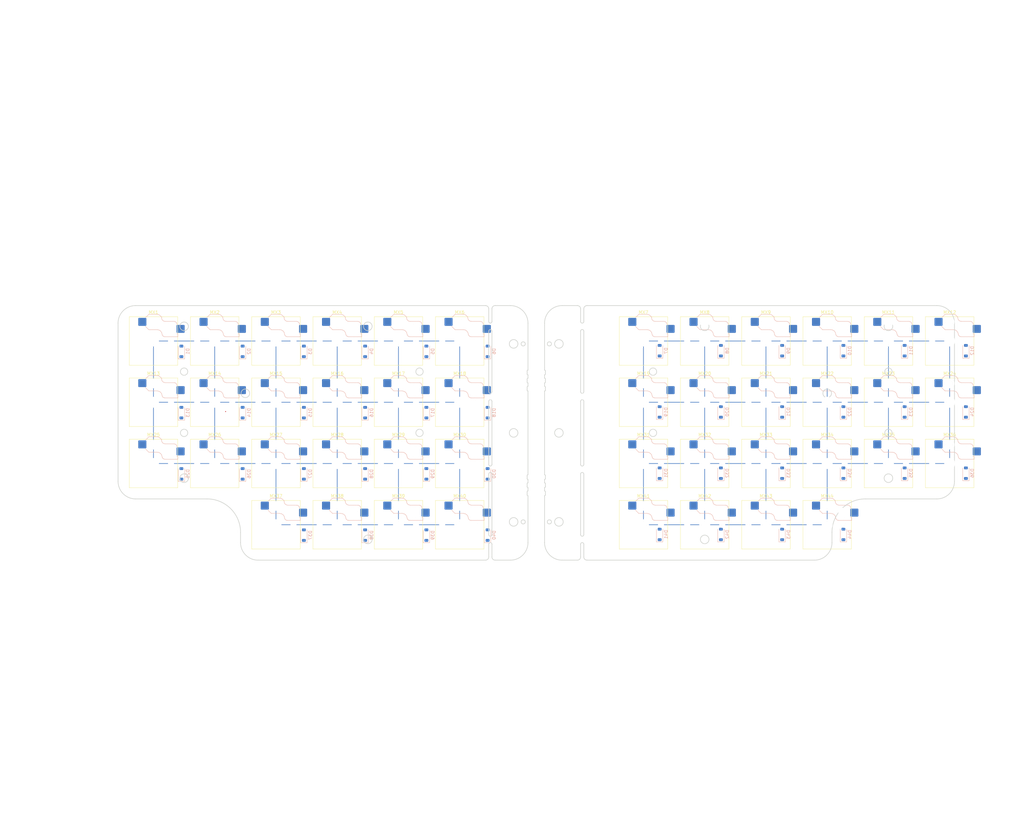
<source format=kicad_pcb>
(kicad_pcb (version 20240108) (generator "pcbnew") (generator_version "8.0")
  (layers (0 "F.Cu" signal) (31 "B.Cu" signal) (34 "B.Paste" user) (35 "F.Paste" user) (36 "B.SilkS" user "B.Silkscreen") (37 "F.SilkS" user "F.Silkscreen") (38 "B.Mask" user) (39 "F.Mask" user) (44 "Edge.Cuts" user))
  (net 0 "")
  (net 2 "Net-(D1-A)")
  (net 3 "Net-(D2-A)")
  (net 5 "Net-(D3-A)")
  (net 7 "Net-(D4-A)")
  (net 10 "Net-(D5-A)")
  (net 12 "Net-(D6-A)")
  (net 14 "Net-(D7-A)")
  (net 15 "Net-(D8-A)")
  (net 18 "Net-(D9-A)")
  (net 19 "Net-(D10-A)")
  (net 22 "Net-(D11-A)")
  (net 24 "Net-(D12-A)")
  (net 25 "Net-(D13-A)")
  (net 27 "Net-(D14-A)")
  (net 30 "Net-(D15-A)")
  (net 32 "Net-(D16-A)")
  (net 34 "Net-(D17-A)")
  (net 36 "Net-(D18-A)")
  (net 37 "Net-(D19-A)")
  (net 39 "Net-(D20-A)")
  (net 41 "Net-(D21-A)")
  (net 43 "Net-(D22-A)")
  (net 46 "Net-(D23-A)")
  (net 48 "Net-(D24-A)")
  (net 50 "Net-(D25-A)")
  (net 52 "Net-(D26-A)")
  (net 54 "Net-(D27-A)")
  (net 56 "Net-(D28-A)")
  (net 58 "Net-(D29-A)")
  (net 59 "Net-(D30-A)")
  (net 61 "Net-(D31-A)")
  (net 63 "Net-(D32-A)")
  (net 65 "Net-(D33-A)")
  (net 68 "Net-(D34-A)")
  (net 70 "Net-(D35-A)")
  (net 71 "Net-(D36-A)")
  (net 74 "Net-(D37-A)")
  (net 76 "Net-(D38-A)")
  (net 78 "Net-(D39-A)")
  (net 80 "Net-(D40-A)")
  (net 82 "Net-(D41-A)")
  (net 83 "Net-(D42-A)")
  (net 85 "Net-(D43-A)")
  (net 88 "Net-(D44-A)")
  (footprint "PCM_Switch_Keyboard_Hotswap_Kailh:SW_Hotswap_Kailh_Choc_V1" (layer "F.Cu") (at 219.375 47.075)
    (property "Reference" "MX21")
    (property "Value" "SW")
  )
  (footprint "PCM_Switch_Keyboard_Hotswap_Kailh:SW_Hotswap_Kailh_Choc_V1" (layer "F.Cu") (at 200.175 85.475)
    (property "Reference" "MX42")
    (property "Value" "SW")
  )
  (footprint "PCM_Switch_Keyboard_Hotswap_Kailh:SW_Hotswap_Kailh_Choc_V1" (layer "F.Cu") (at 180.975 66.275)
    (property "Reference" "MX31")
    (property "Value" "SW")
  )
  (footprint "PCM_Switch_Keyboard_Hotswap_Kailh:SW_Hotswap_Kailh_Choc_V1" (layer "F.Cu") (at 27.375 27.875)
    (property "Reference" "MX1")
    (property "Value" "SW")
  )
  (footprint "PCM_Switch_Keyboard_Hotswap_Kailh:SW_Hotswap_Kailh_Choc_V1" (layer "F.Cu") (at 27.375 47.075)
    (property "Reference" "MX13")
    (property "Value" "SW")
  )
  (footprint "PCM_Switch_Keyboard_Hotswap_Kailh:SW_Hotswap_Kailh_Choc_V1" (layer "F.Cu") (at 257.775 47.075)
    (property "Reference" "MX23")
    (property "Value" "SW")
  )
  (footprint "PCM_Switch_Keyboard_Hotswap_Kailh:SW_Hotswap_Kailh_Choc_V1" (layer "F.Cu") (at 65.775 27.875)
    (property "Reference" "MX3")
    (property "Value" "SW")
  )
  (footprint "PCM_Switch_Keyboard_Hotswap_Kailh:SW_Hotswap_Kailh_Choc_V1" (layer "F.Cu") (at 84.975 85.475)
    (property "Reference" "MX38")
    (property "Value" "SW")
  )
  (footprint "PCM_Switch_Keyboard_Hotswap_Kailh:SW_Hotswap_Kailh_Choc_V1" (layer "F.Cu") (at 257.775 27.875)
    (property "Reference" "MX11")
    (property "Value" "SW")
  )
  (footprint "PCM_Switch_Keyboard_Hotswap_Kailh:SW_Hotswap_Kailh_Choc_V1" (layer "F.Cu") (at 276.975 66.275)
    (property "Reference" "MX36")
    (property "Value" "SW")
  )
  (footprint "PCM_Switch_Keyboard_Hotswap_Kailh:SW_Hotswap_Kailh_Choc_V1" (layer "F.Cu") (at 200.175 66.275)
    (property "Reference" "MX32")
    (property "Value" "SW")
  )
  (footprint "PCM_Switch_Keyboard_Hotswap_Kailh:SW_Hotswap_Kailh_Choc_V1" (layer "F.Cu") (at 123.375 27.875)
    (property "Reference" "MX6")
    (property "Value" "SW")
  )
  (footprint "PCM_Switch_Keyboard_Hotswap_Kailh:SW_Hotswap_Kailh_Choc_V1" (layer "F.Cu") (at 46.575 27.875)
    (property "Reference" "MX2")
    (property "Value" "SW")
  )
  (footprint "PCM_Switch_Keyboard_Hotswap_Kailh:SW_Hotswap_Kailh_Choc_V1" (layer "F.Cu") (at 104.175 66.275)
    (property "Reference" "MX29")
    (property "Value" "SW")
  )
  (footprint "PCM_Switch_Keyboard_Hotswap_Kailh:SW_Hotswap_Kailh_Choc_V1" (layer "F.Cu") (at 180.975 27.875)
    (property "Reference" "MX7")
    (property "Value" "SW")
  )
  (footprint "PCM_Switch_Keyboard_Hotswap_Kailh:SW_Hotswap_Kailh_Choc_V1" (layer "F.Cu") (at 65.775 85.475)
    (property "Reference" "MX37")
    (property "Value" "SW")
  )
  (footprint "PCM_Switch_Keyboard_Hotswap_Kailh:SW_Hotswap_Kailh_Choc_V1" (layer "F.Cu") (at 65.775 66.275)
    (property "Reference" "MX27")
    (property "Value" "SW")
  )
  (footprint "PCM_Switch_Keyboard_Hotswap_Kailh:SW_Hotswap_Kailh_Choc_V1" (layer "F.Cu") (at 46.575 66.275)
    (property "Reference" "MX26")
    (property "Value" "SW")
  )
  (footprint "PCM_Switch_Keyboard_Hotswap_Kailh:SW_Hotswap_Kailh_Choc_V1" (layer "F.Cu") (at 46.575 47.075)
    (property "Reference" "MX14")
    (property "Value" "SW")
  )
  (footprint "PCM_Switch_Keyboard_Hotswap_Kailh:SW_Hotswap_Kailh_Choc_V1" (layer "F.Cu") (at 27.375 66.275)
    (property "Reference" "MX25")
    (property "Value" "SW")
  )
  (footprint "PCM_Switch_Keyboard_Hotswap_Kailh:SW_Hotswap_Kailh_Choc_V1" (layer "F.Cu") (at 123.375 66.275)
    (property "Reference" "MX30")
    (property "Value" "SW")
  )
  (footprint "PCM_Switch_Keyboard_Hotswap_Kailh:SW_Hotswap_Kailh_Choc_V1" (layer "F.Cu") (at 84.975 27.875)
    (property "Reference" "MX4")
    (property "Value" "SW")
  )
  (footprint "PCM_Switch_Keyboard_Hotswap_Kailh:SW_Hotswap_Kailh_Choc_V1" (layer "F.Cu") (at 219.375 85.475)
    (property "Reference" "MX43")
    (property "Value" "SW")
  )
  (footprint "PCM_Switch_Keyboard_Hotswap_Kailh:SW_Hotswap_Kailh_Choc_V1" (layer "F.Cu") (at 276.975 47.075)
    (property "Reference" "MX24")
    (property "Value" "SW")
  )
  (footprint "PCM_Switch_Keyboard_Hotswap_Kailh:SW_Hotswap_Kailh_Choc_V1" (layer "F.Cu") (at 123.375 47.075)
    (property "Reference" "MX18")
    (property "Value" "SW")
  )
  (footprint "PCM_Switch_Keyboard_Hotswap_Kailh:SW_Hotswap_Kailh_Choc_V1" (layer "F.Cu") (at 200.175 47.075)
    (property "Reference" "MX20")
    (property "Value" "SW")
  )
  (footprint "PCM_Switch_Keyboard_Hotswap_Kailh:SW_Hotswap_Kailh_Choc_V1" (layer "F.Cu") (at 200.175 27.875)
    (property "Reference" "MX8")
    (property "Value" "SW")
  )
  (footprint "PCM_Switch_Keyboard_Hotswap_Kailh:SW_Hotswap_Kailh_Choc_V1" (layer "F.Cu") (at 238.575 27.875)
    (property "Reference" "MX10")
    (property "Value" "SW")
  )
  (footprint "PCM_Switch_Keyboard_Hotswap_Kailh:SW_Hotswap_Kailh_Choc_V1" (layer "F.Cu") (at 84.975 47.075)
    (property "Reference" "MX16")
    (property "Value" "SW")
  )
  (footprint "PCM_Switch_Keyboard_Hotswap_Kailh:SW_Hotswap_Kailh_Choc_V1" (layer "F.Cu") (at 276.975 27.875)
    (property "Reference" "MX12")
    (property "Value" "SW")
  )
  (footprint "PCM_Switch_Keyboard_Hotswap_Kailh:SW_Hotswap_Kailh_Choc_V1" (layer "F.Cu") (at 219.375 27.875)
    (property "Reference" "MX9")
    (property "Value" "SW")
  )
  (footprint "PCM_Switch_Keyboard_Hotswap_Kailh:SW_Hotswap_Kailh_Choc_V1" (layer "F.Cu") (at 219.375 66.275)
    (property "Reference" "MX33")
    (property "Value" "SW")
  )
  (footprint "PCM_Switch_Keyboard_Hotswap_Kailh:SW_Hotswap_Kailh_Choc_V1" (layer "F.Cu") (at 238.575 66.275)
    (property "Reference" "MX34")
    (property "Value" "SW")
  )
  (footprint "PCM_Switch_Keyboard_Hotswap_Kailh:SW_Hotswap_Kailh_Choc_V1" (layer "F.Cu") (at 84.975 66.275)
    (property "Reference" "MX28")
    (property "Value" "SW")
  )
  (footprint "PCM_Switch_Keyboard_Hotswap_Kailh:SW_Hotswap_Kailh_Choc_V1" (layer "F.Cu") (at 123.375 85.475)
    (property "Reference" "MX40")
    (property "Value" "SW")
  )
  (footprint "PCM_Switch_Keyboard_Hotswap_Kailh:SW_Hotswap_Kailh_Choc_V1" (layer "F.Cu") (at 104.175 47.075)
    (property "Reference" "MX17")
    (property "Value" "SW")
  )
  (footprint "PCM_Switch_Keyboard_Hotswap_Kailh:SW_Hotswap_Kailh_Choc_V1" (layer "F.Cu") (at 238.575 85.475)
    (property "Reference" "MX44")
    (property "Value" "SW")
  )
  (footprint "PCM_Switch_Keyboard_Hotswap_Kailh:SW_Hotswap_Kailh_Choc_V1" (layer "F.Cu") (at 257.775 66.275)
    (property "Reference" "MX35")
    (property "Value" "SW")
  )
  (footprint "PCM_Switch_Keyboard_Hotswap_Kailh:SW_Hotswap_Kailh_Choc_V1" (layer "F.Cu") (at 238.575 47.075)
    (property "Reference" "MX22")
    (property "Value" "SW")
  )
  (footprint "PCM_Switch_Keyboard_Hotswap_Kailh:SW_Hotswap_Kailh_Choc_V1" (layer "F.Cu") (at 65.775 47.075)
    (property "Reference" "MX15")
    (property "Value" "SW")
  )
  (footprint "PCM_Switch_Keyboard_Hotswap_Kailh:SW_Hotswap_Kailh_Choc_V1" (layer "F.Cu") (at 180.975 85.475)
    (property "Reference" "MX41")
    (property "Value" "SW")
  )
  (footprint "PCM_Switch_Keyboard_Hotswap_Kailh:SW_Hotswap_Kailh_Choc_V1" (layer "F.Cu") (at 104.175 27.875)
    (property "Reference" "MX5")
    (property "Value" "SW")
  )
  (footprint "PCM_Switch_Keyboard_Hotswap_Kailh:SW_Hotswap_Kailh_Choc_V1" (layer "F.Cu") (at 180.975 47.075)
    (property "Reference" "MX19")
    (property "Value" "SW")
  )
  (footprint "PCM_Switch_Keyboard_Hotswap_Kailh:SW_Hotswap_Kailh_Choc_V1" (layer "F.Cu") (at 104.175 85.475)
    (property "Reference" "MX39")
    (property "Value" "SW")
  )
  (footprint "Diode_SMD:D_SOD-123" (layer "B.Cu") (at 132.125 69.525 90)
    (property "Reference" "D30")
    (property "Value" "1n4148")
  )
  (footprint "Diode_SMD:D_SOD-123" (layer "B.Cu") (at 282.055 30.905 90)
    (property "Reference" "D12")
    (property "Value" "1n4148")
  )
  (footprint "Diode_SMD:D_SOD-123" (layer "B.Cu") (at 243.655 50.105 90)
    (property "Reference" "D22")
    (property "Value" "1n4148")
  )
  (footprint "Diode_SMD:D_SOD-123" (layer "B.Cu") (at 74.525 31.125 90)
    (property "Reference" "D3")
    (property "Value" "1n4148")
  )
  (footprint "Diode_SMD:D_SOD-123" (layer "B.Cu") (at 112.925 31.125 90)
    (property "Reference" "D5")
    (property "Value" "1n4148")
  )
  (footprint "Diode_SMD:D_SOD-123" (layer "B.Cu") (at 205.255 50.105 90)
    (property "Reference" "D20")
    (property "Value" "1n4148")
  )
  (footprint "Diode_SMD:D_SOD-123" (layer "B.Cu") (at 74.525 69.525 90)
    (property "Reference" "D27")
    (property "Value" "1n4148")
  )
  (footprint "Diode_SMD:D_SOD-123" (layer "B.Cu") (at 112.925 69.525 90)
    (property "Reference" "D29")
    (property "Value" "1n4148")
  )
  (footprint "Diode_SMD:D_SOD-123" (layer "B.Cu") (at 262.855 30.905 90)
    (property "Reference" "D11")
    (property "Value" "1n4148")
  )
  (footprint "Diode_SMD:D_SOD-123" (layer "B.Cu") (at 132.125 50.325 90)
    (property "Reference" "D18")
    (property "Value" "1n4148")
  )
  (footprint "Diode_SMD:D_SOD-123" (layer "B.Cu") (at 205.255 69.305 90)
    (property "Reference" "D32")
    (property "Value" "1n4148")
  )
  (footprint "Diode_SMD:D_SOD-123" (layer "B.Cu") (at 262.855 50.105 90)
    (property "Reference" "D23")
    (property "Value" "1n4148")
  )
  (footprint "Diode_SMD:D_SOD-123" (layer "B.Cu") (at 243.655 69.305 90)
    (property "Reference" "D34")
    (property "Value" "1n4148")
  )
  (footprint "Diode_SMD:D_SOD-123" (layer "B.Cu") (at 36.125 31.125 90)
    (property "Reference" "D1")
    (property "Value" "1n4148")
  )
  (footprint "Diode_SMD:D_SOD-123" (layer "B.Cu") (at 224.455 88.505 90)
    (property "Reference" "D43")
    (property "Value" "1n4148")
  )
  (footprint "Diode_SMD:D_SOD-123" (layer "B.Cu") (at 186.055 69.305 90)
    (property "Reference" "D31")
    (property "Value" "1n4148")
  )
  (footprint "Diode_SMD:D_SOD-123" (layer "B.Cu") (at 132.125 31.125 90)
    (property "Reference" "D6")
    (property "Value" "1n4148")
  )
  (footprint "Diode_SMD:D_SOD-123" (layer "B.Cu") (at 112.925 88.725 90)
    (property "Reference" "D39")
    (property "Value" "1n4148")
  )
  (footprint "Diode_SMD:D_SOD-123" (layer "B.Cu") (at 93.725 69.525 90)
    (property "Reference" "D28")
    (property "Value" "1n4148")
  )
  (footprint "Diode_SMD:D_SOD-123" (layer "B.Cu") (at 282.055 69.305 90)
    (property "Reference" "D36")
    (property "Value" "1n4148")
  )
  (footprint "Diode_SMD:D_SOD-123" (layer "B.Cu") (at 93.725 88.725 90)
    (property "Reference" "D38")
    (property "Value" "1n4148")
  )
  (footprint "Diode_SMD:D_SOD-123" (layer "B.Cu") (at 282.055 50.105 90)
    (property "Reference" "D24")
    (property "Value" "1n4148")
  )
  (footprint "Diode_SMD:D_SOD-123" (layer "B.Cu") (at 186.055 30.905 90)
    (property "Reference" "D7")
    (property "Value" "1n4148")
  )
  (footprint "Diode_SMD:D_SOD-123" (layer "B.Cu") (at 224.455 30.905 90)
    (property "Reference" "D9")
    (property "Value" "1n4148")
  )
  (footprint "Diode_SMD:D_SOD-123" (layer "B.Cu") (at 243.655 30.905 90)
    (property "Reference" "D10")
    (property "Value" "1n4148")
  )
  (footprint "Diode_SMD:D_SOD-123" (layer "B.Cu") (at 36.125 50.325 90)
    (property "Reference" "D13")
    (property "Value" "1n4148")
  )
  (footprint "Diode_SMD:D_SOD-123" (layer "B.Cu") (at 55.325 31.125 90)
    (property "Reference" "D2")
    (property "Value" "1n4148")
  )
  (footprint "Diode_SMD:D_SOD-123" (layer "B.Cu") (at 36.125 69.525 90)
    (property "Reference" "D25")
    (property "Value" "1n4148")
  )
  (footprint "Diode_SMD:D_SOD-123" (layer "B.Cu") (at 262.855 69.305 90)
    (property "Reference" "D35")
    (property "Value" "1n4148")
  )
  (footprint "Diode_SMD:D_SOD-123" (layer "B.Cu") (at 132.125 88.725 90)
    (property "Reference" "D40")
    (property "Value" "1n4148")
  )
  (footprint "Diode_SMD:D_SOD-123" (layer "B.Cu") (at 112.925 50.325 90)
    (property "Reference" "D17")
    (property "Value" "1n4148")
  )
  (footprint "Diode_SMD:D_SOD-123" (layer "B.Cu") (at 205.255 30.905 90)
    (property "Reference" "D8")
    (property "Value" "1n4148")
  )
  (footprint "Diode_SMD:D_SOD-123" (layer "B.Cu") (at 205.255 88.505 90)
    (property "Reference" "D42")
    (property "Value" "1n4148")
  )
  (footprint "Diode_SMD:D_SOD-123" (layer "B.Cu") (at 186.055 88.505 90)
    (property "Reference" "D41")
    (property "Value" "1n4148")
  )
  (footprint "Diode_SMD:D_SOD-123" (layer "B.Cu") (at 224.455 50.105 90)
    (property "Reference" "D21")
    (property "Value" "1n4148")
  )
  (footprint "Diode_SMD:D_SOD-123" (layer "B.Cu") (at 74.525 50.325 90)
    (property "Reference" "D15")
    (property "Value" "1n4148")
  )
  (footprint "Diode_SMD:D_SOD-123" (layer "B.Cu") (at 224.455 69.305 90)
    (property "Reference" "D33")
    (property "Value" "1n4148")
  )
  (footprint "Diode_SMD:D_SOD-123" (layer "B.Cu") (at 55.325 69.525 90)
    (property "Reference" "D26")
    (property "Value" "1n4148")
  )
  (footprint "Diode_SMD:D_SOD-123" (layer "B.Cu") (at 243.655 88.505 90)
    (property "Reference" "D44")
    (property "Value" "1n4148")
  )
  (footprint "Diode_SMD:D_SOD-123" (layer "B.Cu") (at 55.325 50.325 90)
    (property "Reference" "D14")
    (property "Value" "1n4148")
  )
  (footprint "Diode_SMD:D_SOD-123" (layer "B.Cu") (at 186.055 50.105 90)
    (property "Reference" "D19")
    (property "Value" "1n4148")
  )
  (footprint "Diode_SMD:D_SOD-123" (layer "B.Cu") (at 93.725 50.325 90)
    (property "Reference" "D16")
    (property "Value" "1n4148")
  )
  (footprint "Diode_SMD:D_SOD-123" (layer "B.Cu") (at 74.525 88.725 90)
    (property "Reference" "D37")
    (property "Value" "1n4148")
  )
  (footprint "Diode_SMD:D_SOD-123" (layer "B.Cu") (at 93.725 31.125 90)
    (property "Reference" "D4")
    (property "Value" "1n4148")
  )
  (gr_line (start 27.375 27.875) (end 123.375 27.875) (stroke (width 0.2)) (layer "B.Cu"))
  (gr_line (start 219.375 27.875) (end 219.375 85.475) (stroke (width 0.2)) (layer "B.Cu"))
  (gr_line (start 180.975 66.275) (end 276.975 66.275) (stroke (width 0.2)) (layer "B.Cu"))
  (gr_line (start 27.375 47.075) (end 123.375 47.075) (stroke (width 0.2)) (layer "B.Cu"))
  (gr_line (start 180.975 85.475) (end 238.575 85.475) (stroke (width 0.2)) (layer "B.Cu"))
  (gr_line (start 276.975 47.075) (end 180.975 47.075) (stroke (width 0.2)) (layer "B.Cu"))
  (gr_line (start 180.975 27.875) (end 180.975 85.475) (stroke (width 0.2)) (layer "B.Cu"))
  (gr_line (start 123.375 27.875) (end 123.375 85.475) (stroke (width 0.2)) (layer "B.Cu"))
  (gr_line (start 27.375 27.875) (end 27.375 66.275) (stroke (width 0.2)) (layer "B.Cu"))
  (gr_line (start 200.175 27.875) (end 200.175 85.475) (stroke (width 0.2)) (layer "B.Cu"))
  (gr_line (start 84.975 27.875) (end 84.975 85.475) (stroke (width 0.2)) (layer "B.Cu"))
  (gr_line (start 238.575 27.875) (end 238.575 85.475) (stroke (width 0.2)) (layer "B.Cu"))
  (gr_line (start 65.775 85.475) (end 123.375 85.475) (stroke (width 0.2)) (layer "B.Cu"))
  (gr_line (start 46.575 27.875) (end 46.575 66.275) (stroke (width 0.2)) (layer "B.Cu"))
  (gr_line (start 276.975 27.875) (end 276.975 66.275) (stroke (width 0.2)) (layer "B.Cu"))
  (gr_line (start 65.775 27.875) (end 65.775 85.475) (stroke (width 0.2)) (layer "B.Cu"))
  (gr_line (start 27.375 66.275) (end 123.375 66.275) (stroke (width 0.2)) (layer "B.Cu"))
  (gr_line (start 257.775 27.875) (end 257.775 66.275) (stroke (width 0.2)) (layer "B.Cu"))
  (gr_line (start 104.175 27.875) (end 104.175 85.475) (stroke (width 0.2)) (layer "B.Cu"))
  (gr_line (start 276.975 27.875) (end 180.975 27.875) (stroke (width 0.2)) (layer "B.Cu"))
  (gr_line (start 144.525 42.315) (end 144.525 43.315) (stroke (width 0.2)) (layer "Edge.Cuts"))
  (gr_arc (start 144.525 39.775) (mid 144.598223 39.598223) (end 144.775 39.525) (stroke (width 0.2)) (layer "Edge.Cuts"))
  (gr_line (start 240.075 87.875) (end 240.075 91.075) (stroke (width 0.2)) (layer "Edge.Cuts"))
  (gr_arc (start 132.475 69.575) (mid 132.975 69.075) (end 133.475 69.575) (stroke (width 0.2)) (layer "Edge.Cuts"))
  (gr_line (start 144.775 41.024999) (end 144.775 42.065) (stroke (width 0.2)) (layer "Edge.Cuts"))
  (gr_arc (start 162.275 17.775) (mid 162.567893 17.067893) (end 163.275 16.775) (stroke (width 0.2)) (layer "Edge.Cuts"))
  (gr_line (start 144.525001 76.115) (end 144.525 76.115) (stroke (width 0.2)) (layer "Edge.Cuts"))
  (gr_arc (start 60.175 96.575) (mid 56.285913 94.964087) (end 54.675 91.075) (stroke (width 0.2)) (layer "Edge.Cuts"))
  (gr_line (start 163.275 96.575) (end 234.575 96.575) (stroke (width 0.2)) (layer "Edge.Cuts"))
  (gr_circle (center 200.175 23.275) (end 201.525 23.275) (stroke (width 0.2)) (fill none) (layer "Edge.Cuts"))
  (gr_circle (center 257.775 56.675) (end 258.925 56.675) (stroke (width 0.2)) (fill none) (layer "Edge.Cuts"))
  (gr_circle (center 151.475 28.775) (end 152.125 28.775) (stroke (width 0.2)) (fill none) (layer "Edge.Cuts"))
  (gr_line (start 133.475 46.775) (end 133.475 66.575) (stroke (width 0.2)) (layer "Edge.Cuts"))
  (gr_line (start 272.975 77.375) (end 250.575 77.375) (stroke (width 0.2)) (layer "Edge.Cuts"))
  (gr_arc (start 149.975 69.784999) (mid 150.151777 69.858223) (end 150.225 70.035) (stroke (width 0.2)) (layer "Edge.Cuts"))
  (gr_line (start 133.475 17.775) (end 133.475 21.775) (stroke (width 0.2)) (layer "Edge.Cuts"))
  (gr_line (start 162.275 24.775) (end 162.275 43.775) (stroke (width 0.2)) (layer "Edge.Cuts"))
  (gr_arc (start 132.475 24.775) (mid 132.975 24.275) (end 133.475 24.775) (stroke (width 0.2)) (layer "Edge.Cuts"))
  (gr_arc (start 144.525 42.315) (mid 144.598223 42.138223) (end 144.775 42.065) (stroke (width 0.2)) (layer "Edge.Cuts"))
  (gr_arc (start 133.475 66.575) (mid 132.975 67.075) (end 132.475 66.575) (stroke (width 0.2)) (layer "Edge.Cuts"))
  (gr_circle (center 94.575 90.075) (end 95.925 90.075) (stroke (width 0.2)) (fill none) (layer "Edge.Cuts"))
  (gr_arc (start 278.475 71.875) (mid 276.864087 75.764087) (end 272.975 77.375) (stroke (width 0.2)) (layer "Edge.Cuts"))
  (gr_circle (center 140.275 84.575) (end 141.625 84.575) (stroke (width 0.2)) (fill none) (layer "Edge.Cuts"))
  (gr_arc (start 144.525 70.035) (mid 144.598223 69.858223) (end 144.775 69.785) (stroke (width 0.2)) (layer "Edge.Cuts"))
  (gr_line (start 16.275 22.275) (end 16.275 71.875) (stroke (width 0.2)) (layer "Edge.Cuts"))
  (gr_arc (start 16.275 22.275) (mid 17.885913 18.385913) (end 21.775 16.775) (stroke (width 0.2)) (layer "Edge.Cuts"))
  (gr_arc (start 150.225 38.235) (mid 150.151777 38.411777) (end 149.975 38.485) (stroke (width 0.2)) (layer "Edge.Cuts"))
  (gr_arc (start 144.775 76.364999) (mid 144.598224 76.291776) (end 144.525001 76.115) (stroke (width 0.2)) (layer "Edge.Cuts"))
  (gr_circle (center 200.175 90.075) (end 201.525 90.075) (stroke (width 0.2)) (fill none) (layer "Edge.Cuts"))
  (gr_line (start 150.225 70.035) (end 150.225 71.035) (stroke (width 0.2)) (layer "Edge.Cuts"))
  (gr_arc (start 133.475 43.775) (mid 132.975 44.275) (end 132.475 43.775) (stroke (width 0.2)) (layer "Edge.Cuts"))
  (gr_circle (center 257.775 70.875) (end 259.125 70.875) (stroke (width 0.2)) (fill none) (layer "Edge.Cuts"))
  (gr_line (start 134.475 16.775) (end 139.275 16.775) (stroke (width 0.2)) (layer "Edge.Cuts"))
  (gr_arc (start 149.975 42.064999) (mid 150.151777 42.138223) (end 150.225 42.315) (stroke (width 0.2)) (layer "Edge.Cuts"))
  (gr_line (start 144.775 73.824999) (end 144.775 74.865) (stroke (width 0.2)) (layer "Edge.Cuts"))
  (gr_arc (start 144.775 91.075) (mid 143.164087 94.964087) (end 139.275 96.575) (stroke (width 0.2)) (layer "Edge.Cuts"))
  (gr_line (start 144.525 75.115) (end 144.525 76.115) (stroke (width 0.2)) (layer "Edge.Cuts"))
  (gr_circle (center 36.975 23.275) (end 38.325 23.275) (stroke (width 0.2)) (fill none) (layer "Edge.Cuts"))
  (gr_line (start 21.775 16.775) (end 131.475 16.775) (stroke (width 0.2)) (layer "Edge.Cuts"))
  (gr_circle (center 36.975 70.875) (end 38.325 70.875) (stroke (width 0.2)) (fill none) (layer "Edge.Cuts"))
  (gr_line (start 150.225 42.315) (end 150.225 43.315) (stroke (width 0.2)) (layer "Edge.Cuts"))
  (gr_arc (start 161.275 69.575) (mid 161.775 69.075) (end 162.275 69.575) (stroke (width 0.2)) (layer "Edge.Cuts"))
  (gr_arc (start 240.075 87.875) (mid 243.150379 80.450379) (end 250.575 77.375) (stroke (width 0.2)) (layer "Edge.Cuts"))
  (gr_line (start 144.525 72.575) (end 144.525 73.575) (stroke (width 0.2)) (layer "Edge.Cuts"))
  (gr_arc (start 272.975 16.775) (mid 276.864087 18.385913) (end 278.475 22.275) (stroke (width 0.2)) (layer "Edge.Cuts"))
  (gr_line (start 161.275 17.775) (end 161.275 21.775) (stroke (width 0.2)) (layer "Edge.Cuts"))
  (gr_line (start 144.525 39.775) (end 144.525 40.775) (stroke (width 0.2)) (layer "Edge.Cuts"))
  (gr_circle (center 183.975 37.475) (end 185.125 37.475) (stroke (width 0.2)) (fill none) (layer "Edge.Cuts"))
  (gr_circle (center 56.175 44.275) (end 57.525 44.275) (stroke (width 0.2)) (fill none) (layer "Edge.Cuts"))
  (gr_arc (start 150.225 73.575) (mid 150.151777 73.751777) (end 149.975 73.825) (stroke (width 0.2)) (layer "Edge.Cuts"))
  (gr_arc (start 132.475 91.575) (mid 132.975 91.075) (end 133.475 91.575) (stroke (width 0.2)) (layer "Edge.Cuts"))
  (gr_arc (start 161.275 46.775) (mid 161.775 46.275) (end 162.275 46.775) (stroke (width 0.2)) (layer "Edge.Cuts"))
  (gr_line (start 21.775 77.375) (end 44.175 77.375) (stroke (width 0.2)) (layer "Edge.Cuts"))
  (gr_arc (start 144.525 72.575) (mid 144.598223 72.398223) (end 144.775 72.325) (stroke (width 0.2)) (layer "Edge.Cuts"))
  (gr_circle (center 94.575 23.275) (end 95.925 23.275) (stroke (width 0.2)) (fill none) (layer "Edge.Cuts"))
  (gr_circle (center 183.975 56.675) (end 185.125 56.675) (stroke (width 0.2)) (fill none) (layer "Edge.Cuts"))
  (gr_arc (start 155.475 96.575) (mid 151.585913 94.964087) (end 149.975 91.075) (stroke (width 0.2)) (layer "Edge.Cuts"))
  (gr_arc (start 162.275 21.775) (mid 161.775 22.275) (end 161.275 21.775) (stroke (width 0.2)) (layer "Edge.Cuts"))
  (gr_arc (start 144.775 41.024999) (mid 144.598224 40.951776) (end 144.525001 40.775) (stroke (width 0.2)) (layer "Edge.Cuts"))
  (gr_circle (center 110.775 37.475) (end 111.925 37.475) (stroke (width 0.2)) (fill none) (layer "Edge.Cuts"))
  (gr_arc (start 131.475 16.775) (mid 132.182107 17.067893) (end 132.475 17.775) (stroke (width 0.2)) (layer "Edge.Cuts"))
  (gr_arc (start 149.975 36.984999) (mid 150.151777 37.058223) (end 150.225 37.235) (stroke (width 0.2)) (layer "Edge.Cuts"))
  (gr_arc (start 44.175 77.375) (mid 51.599621 80.450379) (end 54.675 87.875) (stroke (width 0.2)) (layer "Edge.Cuts"))
  (gr_arc (start 161.275 95.575) (mid 160.982107 96.282107) (end 160.275 96.575) (stroke (width 0.2)) (layer "Edge.Cuts"))
  (gr_line (start 144.525001 40.775) (end 144.525 40.775) (stroke (width 0.2)) (layer "Edge.Cuts"))
  (gr_line (start 132.475 69.575) (end 132.475 88.575) (stroke (width 0.2)) (layer "Edge.Cuts"))
  (gr_line (start 132.475 17.775) (end 132.475 21.775) (stroke (width 0.2)) (layer "Edge.Cuts"))
  (gr_arc (start 149.975 22.275) (mid 151.585913 18.385913) (end 155.475 16.775) (stroke (width 0.2)) (layer "Edge.Cuts"))
  (gr_arc (start 144.775 73.824999) (mid 144.598224 73.751776) (end 144.525001 73.575) (stroke (width 0.2)) (layer "Edge.Cuts"))
  (gr_arc (start 133.475 17.775) (mid 133.767893 17.067893) (end 134.475 16.775) (stroke (width 0.2)) (layer "Edge.Cuts"))
  (gr_arc (start 150.225 76.115) (mid 150.151777 76.291777) (end 149.975 76.365) (stroke (width 0.2)) (layer "Edge.Cuts"))
  (gr_line (start 133.475 91.575) (end 133.475 95.575) (stroke (width 0.2)) (layer "Edge.Cuts"))
  (gr_arc (start 21.775 77.375) (mid 17.885913 75.764087) (end 16.275 71.875) (stroke (width 0.2)) (layer "Edge.Cuts"))
  (gr_line (start 144.525 70.035) (end 144.525 71.035) (stroke (width 0.2)) (layer "Edge.Cuts"))
  (gr_arc (start 161.275 24.775) (mid 161.775 24.275) (end 162.275 24.775) (stroke (width 0.2)) (layer "Edge.Cuts"))
  (gr_line (start 150.225 39.775) (end 150.225 40.775) (stroke (width 0.2)) (layer "Edge.Cuts"))
  (gr_line (start 144.525001 71.035) (end 144.525 71.035) (stroke (width 0.2)) (layer "Edge.Cuts"))
  (gr_line (start 149.975 73.825) (end 149.975 74.864999) (stroke (width 0.2)) (layer "Edge.Cuts"))
  (gr_line (start 144.775 22.275) (end 144.775 36.985) (stroke (width 0.2)) (layer "Edge.Cuts"))
  (gr_circle (center 140.275 28.775) (end 141.625 28.775) (stroke (width 0.2)) (fill none) (layer "Edge.Cuts"))
  (gr_arc (start 163.275 96.575) (mid 162.567893 96.282107) (end 162.275 95.575) (stroke (width 0.2)) (layer "Edge.Cuts"))
  (gr_line (start 150.225 37.235) (end 150.225 38.235) (stroke (width 0.2)) (layer "Edge.Cuts"))
  (gr_line (start 54.675 87.875) (end 54.675 91.075) (stroke (width 0.2)) (layer "Edge.Cuts"))
  (gr_line (start 144.775 43.564999) (end 144.775 69.785) (stroke (width 0.2)) (layer "Edge.Cuts"))
  (gr_arc (start 162.275 88.575) (mid 161.775 89.075) (end 161.275 88.575) (stroke (width 0.2)) (layer "Edge.Cuts"))
  (gr_line (start 162.275 91.575) (end 162.275 95.575) (stroke (width 0.2)) (layer "Edge.Cuts"))
  (gr_arc (start 144.525 37.235) (mid 144.598223 37.058223) (end 144.775 36.985) (stroke (width 0.2)) (layer "Edge.Cuts"))
  (gr_line (start 162.275 69.575) (end 162.275 88.575) (stroke (width 0.2)) (layer "Edge.Cuts"))
  (gr_circle (center 143.275 84.575) (end 143.925 84.575) (stroke (width 0.2)) (fill none) (layer "Edge.Cuts"))
  (gr_circle (center 151.475 84.575) (end 152.125 84.575) (stroke (width 0.2)) (fill none) (layer "Edge.Cuts"))
  (gr_arc (start 162.275 43.775) (mid 161.775 44.275) (end 161.275 43.775) (stroke (width 0.2)) (layer "Edge.Cuts"))
  (gr_line (start 161.275 24.775) (end 161.275 43.775) (stroke (width 0.2)) (layer "Edge.Cuts"))
  (gr_circle (center 36.975 56.675) (end 38.125 56.675) (stroke (width 0.2)) (fill none) (layer "Edge.Cuts"))
  (gr_arc (start 149.975 74.864999) (mid 150.151777 74.938223) (end 150.225 75.115) (stroke (width 0.2)) (layer "Edge.Cuts"))
  (gr_circle (center 143.275 28.775) (end 143.925 28.775) (stroke (width 0.2)) (fill none) (layer "Edge.Cuts"))
  (gr_arc (start 144.775 71.284999) (mid 144.598224 71.211776) (end 144.525001 71.035) (stroke (width 0.2)) (layer "Edge.Cuts"))
  (gr_circle (center 140.275 56.675) (end 141.625 56.675) (stroke (width 0.2)) (fill none) (layer "Edge.Cuts"))
  (gr_arc (start 144.775 38.484999) (mid 144.598224 38.411776) (end 144.525001 38.235) (stroke (width 0.2)) (layer "Edge.Cuts"))
  (gr_line (start 144.525001 38.235) (end 144.525 38.235) (stroke (width 0.2)) (layer "Edge.Cuts"))
  (gr_line (start 278.475 22.275) (end 278.475 71.875) (stroke (width 0.2)) (layer "Edge.Cuts"))
  (gr_arc (start 132.475 46.775) (mid 132.975 46.275) (end 133.475 46.775) (stroke (width 0.2)) (layer "Edge.Cuts"))
  (gr_circle (center 110.775 56.675) (end 111.925 56.675) (stroke (width 0.2)) (fill none) (layer "Edge.Cuts"))
  (gr_arc (start 134.475 96.575) (mid 133.767893 96.282107) (end 133.475 95.575) (stroke (width 0.2)) (layer "Edge.Cuts"))
  (gr_line (start 144.775 76.364999) (end 144.775 91.075) (stroke (width 0.2)) (layer "Edge.Cuts"))
  (gr_arc (start 150.225 40.775) (mid 150.151777 40.951777) (end 149.975 41.025) (stroke (width 0.2)) (layer "Edge.Cuts"))
  (gr_arc (start 133.475 88.575) (mid 132.975 89.075) (end 132.475 88.575) (stroke (width 0.2)) (layer "Edge.Cuts"))
  (gr_arc (start 240.075 91.075) (mid 238.464087 94.964087) (end 234.575 96.575) (stroke (width 0.2)) (layer "Edge.Cuts"))
  (gr_line (start 131.475 96.575) (end 60.175 96.575) (stroke (width 0.2)) (layer "Edge.Cuts"))
  (gr_line (start 149.975 71.285) (end 149.975 72.324999) (stroke (width 0.2)) (layer "Edge.Cuts"))
  (gr_line (start 160.275 96.575) (end 155.475 96.575) (stroke (width 0.2)) (layer "Edge.Cuts"))
  (gr_line (start 144.525001 73.575) (end 144.525 73.575) (stroke (width 0.2)) (layer "Edge.Cuts"))
  (gr_line (start 144.775 71.284999) (end 144.775 72.325) (stroke (width 0.2)) (layer "Edge.Cuts"))
  (gr_arc (start 150.225 71.035) (mid 150.151777 71.211777) (end 149.975 71.285) (stroke (width 0.2)) (layer "Edge.Cuts"))
  (gr_line (start 149.975 43.565) (end 149.975 69.784999) (stroke (width 0.2)) (layer "Edge.Cuts"))
  (gr_arc (start 144.525 75.115) (mid 144.598223 74.938223) (end 144.775 74.865) (stroke (width 0.2)) (layer "Edge.Cuts"))
  (gr_circle (center 238.575 44.275) (end 239.925 44.275) (stroke (width 0.2)) (fill none) (layer "Edge.Cuts"))
  (gr_circle (center 154.475 28.775) (end 155.825 28.775) (stroke (width 0.2)) (fill none) (layer "Edge.Cuts"))
  (gr_line (start 134.475 96.575) (end 139.275 96.575) (stroke (width 0.2)) (layer "Edge.Cuts"))
  (gr_line (start 149.975 38.485) (end 149.975 39.524999) (stroke (width 0.2)) (layer "Edge.Cuts"))
  (gr_line (start 160.275 16.775) (end 155.475 16.775) (stroke (width 0.2)) (layer "Edge.Cuts"))
  (gr_arc (start 149.975 72.324999) (mid 150.151777 72.398223) (end 150.225 72.575) (stroke (width 0.2)) (layer "Edge.Cuts"))
  (gr_line (start 161.275 46.775) (end 161.275 66.575) (stroke (width 0.2)) (layer "Edge.Cuts"))
  (gr_line (start 133.475 24.775) (end 133.475 43.775) (stroke (width 0.2)) (layer "Edge.Cuts"))
  (gr_line (start 161.275 69.575) (end 161.275 88.575) (stroke (width 0.2)) (layer "Edge.Cuts"))
  (gr_line (start 272.975 16.775) (end 163.275 16.775) (stroke (width 0.2)) (layer "Edge.Cuts"))
  (gr_arc (start 144.775 43.564999) (mid 144.598224 43.491776) (end 144.525001 43.315) (stroke (width 0.2)) (layer "Edge.Cuts"))
  (gr_line (start 132.475 24.775) (end 132.475 43.775) (stroke (width 0.2)) (layer "Edge.Cuts"))
  (gr_line (start 149.975 22.275) (end 149.975 36.984999) (stroke (width 0.2)) (layer "Edge.Cuts"))
  (gr_arc (start 162.275 66.575) (mid 161.775 67.075) (end 161.275 66.575) (stroke (width 0.2)) (layer "Edge.Cuts"))
  (gr_circle (center 154.475 56.675) (end 155.825 56.675) (stroke (width 0.2)) (fill none) (layer "Edge.Cuts"))
  (gr_circle (center 154.475 84.575) (end 155.825 84.575) (stroke (width 0.2)) (fill none) (layer "Edge.Cuts"))
  (gr_line (start 144.525001 43.315) (end 144.525 43.315) (stroke (width 0.2)) (layer "Edge.Cuts"))
  (gr_line (start 150.225 72.575) (end 150.225 73.575) (stroke (width 0.2)) (layer "Edge.Cuts"))
  (gr_line (start 133.475 69.575) (end 133.475 88.575) (stroke (width 0.2)) (layer "Edge.Cuts"))
  (gr_line (start 150.225 75.115) (end 150.225 76.115) (stroke (width 0.2)) (layer "Edge.Cuts"))
  (gr_circle (center 36.975 37.475) (end 38.125 37.475) (stroke (width 0.2)) (fill none) (layer "Edge.Cuts"))
  (gr_arc (start 133.475 21.775) (mid 132.975 22.275) (end 132.475 21.775) (stroke (width 0.2)) (layer "Edge.Cuts"))
  (gr_line (start 144.525 37.235) (end 144.525 38.235) (stroke (width 0.2)) (layer "Edge.Cuts"))
  (gr_arc (start 149.975 39.524999) (mid 150.151777 39.598223) (end 150.225 39.775) (stroke (width 0.2)) (layer "Edge.Cuts"))
  (gr_arc (start 139.275 16.775) (mid 143.164087 18.385913) (end 144.775 22.275) (stroke (width 0.2)) (layer "Edge.Cuts"))
  (gr_arc (start 161.275 91.575) (mid 161.775 91.075) (end 162.275 91.575) (stroke (width 0.2)) (layer "Edge.Cuts"))
  (gr_line (start 132.475 46.775) (end 132.475 66.575) (stroke (width 0.2)) (layer "Edge.Cuts"))
  (gr_line (start 161.275 91.575) (end 161.275 95.575) (stroke (width 0.2)) (layer "Edge.Cuts"))
  (gr_circle (center 257.775 23.275) (end 259.125 23.275) (stroke (width 0.2)) (fill none) (layer "Edge.Cuts"))
  (gr_line (start 132.475 91.575) (end 132.475 95.575) (stroke (width 0.2)) (layer "Edge.Cuts"))
  (gr_line (start 162.275 17.775) (end 162.275 21.775) (stroke (width 0.2)) (layer "Edge.Cuts"))
  (gr_line (start 149.975 76.365) (end 149.975 91.075) (stroke (width 0.2)) (layer "Edge.Cuts"))
  (gr_circle (center 257.775 37.475) (end 258.925 37.475) (stroke (width 0.2)) (fill none) (layer "Edge.Cuts"))
  (gr_line (start 149.975 41.025) (end 149.975 42.064999) (stroke (width 0.2)) (layer "Edge.Cuts"))
  (gr_arc (start 160.275 16.775) (mid 160.982107 17.067893) (end 161.275 17.775) (stroke (width 0.2)) (layer "Edge.Cuts"))
  (gr_line (start 162.275 46.775) (end 162.275 66.575) (stroke (width 0.2)) (layer "Edge.Cuts"))
  (gr_arc (start 150.225 43.315) (mid 150.151777 43.491777) (end 149.975 43.565) (stroke (width 0.2)) (layer "Edge.Cuts"))
  (gr_arc (start 132.475 95.575) (mid 132.182107 96.282107) (end 131.475 96.575) (stroke (width 0.2)) (layer "Edge.Cuts"))
  (gr_line (start 144.775 38.484999) (end 144.775 39.525) (stroke (width 0.2)) (layer "Edge.Cuts"))
  (segment (start 50 50) (end 50.00005 50.00005) (width 0.25) (layer "F.Cu") (net 0))
  (segment (start 50 50) (end 50.00005 50.00005) (width 0.25) (layer "F.Cu") (net 0))
)
</source>
